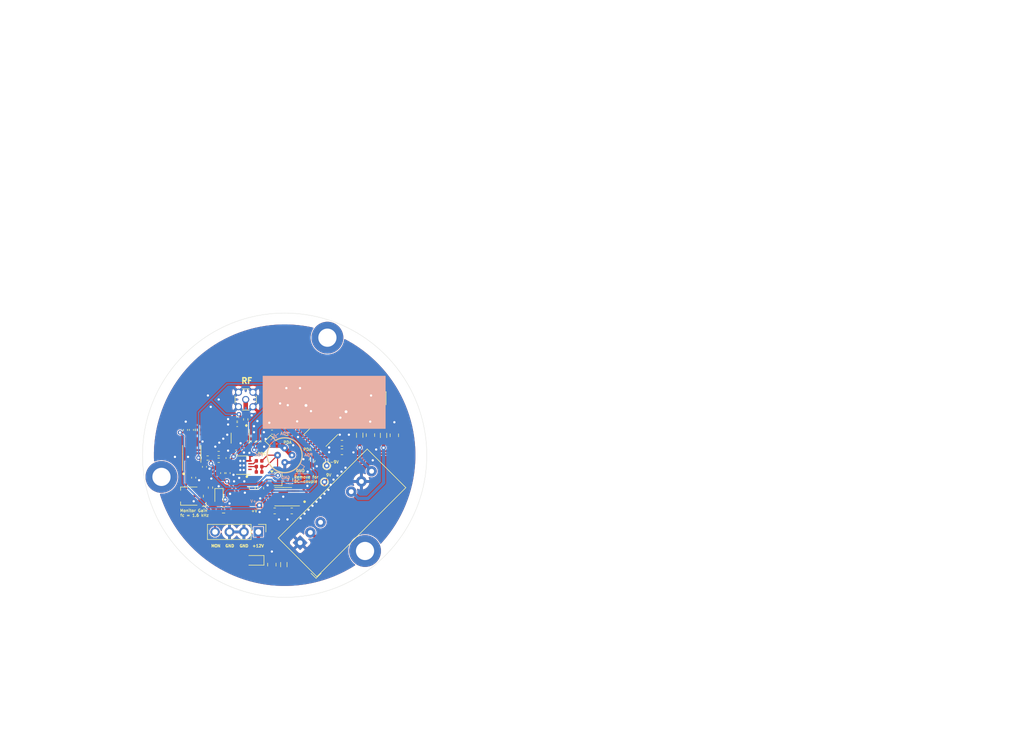
<source format=kicad_pcb>
(kicad_pcb (version 20241229) (generator "pcbnew") (generator_version "9.0")
  (title_block (title "One Inch Photodetector - OPA818") (date "2020-02") (company "anders.e.e.wallin \"at\" gmail.com"))
  (layers (0 "F.Cu" signal) (2 "B.Cu" signal) (13 "F.Paste" user) (15 "B.Paste" user) (5 "F.SilkS" user "F.Silkscreen") (7 "B.SilkS" user "B.Silkscreen") (1 "F.Mask" user) (3 "B.Mask" user) (25 "Edge.Cuts" user))
  (net 0 "")
  (net 1 "/+V")
  (net 2 "GND")
  (net 3 "Net-(C6-Pad1)")
  (net 4 "Net-(U1A--)")
  (net 5 "Net-(U1A-+)")
  (net 6 "Net-(C6-Pad2)")
  (net 7 "/-V")
  (net 8 "Net-(D5-K)")
  (net 9 "Net-(L101-Pad1)")
  (net 10 "/VOUT")
  (net 11 "/SET+")
  (net 12 "/SET-")
  (net 13 "/IN-")
  (net 14 "/VTIA")
  (net 15 "/FB")
  (net 16 "Net-(J101-In)")
  (net 17 "Net-(U103--)")
  (net 18 "/-5VBIAS")
  (net 19 "Net-(D6-A)")
  (net 26 "Net-(U1B--)")
  (net 27 "Net-(Q1-B)")
  (net 28 "Net-(D3-K)")
  (net 29 "/-9V")
  (net 30 "/+9V")
  (net 31 "Net-(D3-A)")
  (net 32 "Net-(D4-A)")
  (net 33 "Net-(Q1-C)")
  (net 34 "Net-(PS1-+Vin)")
  (net 35 "Net-(PS1-+Vout)")
  (net 36 "Net-(PS1--Vout)")
  (net 38 "INTENSITY")
  (footprint "Package_TO_SOT_THT:TO-18-3" (layer "F.Cu") (at 148.75 100)
    (property "Reference" "D102" (hide yes))
    (property "Value" "S597x")
  )
  (footprint "Package_SO:MSOP-10-1EP_3x3mm_P0.5mm_EP1.68x1.88mm" (layer "F.Cu") (at 149.75 107.3 180)
    (property "Reference" "U101" (hide yes))
    (property "Value" "LT3042xMSE")
  )
  (footprint "Package_SO:MSOP-12-1EP_3x4mm_P0.65mm_EP1.65x2.85mm" (layer "F.Cu") (at 156.829809 95.9 45)
    (property "Reference" "U102" (hide yes))
    (property "Value" "LT3093xMSE")
  )
  (footprint "Capacitor_SMD:C_0603_1608Metric" (layer "F.Cu") (at 151.25 109.8 180)
    (property "Reference" "C101" (hide yes))
    (property "Value" "4u7")
  )
  (footprint "Capacitor_SMD:C_0603_1608Metric" (layer "F.Cu") (at 150.25 94.05)
    (property "Reference" "C102" (hide yes))
    (property "Value" "4u7")
  )
  (footprint "Capacitor_SMD:C_0603_1608Metric" (layer "F.Cu") (at 144.3 105.8 90)
    (property "Reference" "C103" (hide yes))
    (property "Value" "4u7")
  )
  (footprint "Capacitor_SMD:C_0603_1608Metric" (layer "F.Cu") (at 148.25 109.8)
    (property "Reference" "C107" (hide yes))
    (property "Value" "4u7")
  )
  (footprint "Capacitor_SMD:C_0603_1608Metric" (layer "F.Cu") (at 154.829809 100.9 70)
    (property "Reference" "C112" (hide yes))
    (property "Value" "4u7")
  )
  (footprint "Capacitor_SMD:C_0603_1608Metric" (layer "F.Cu") (at 160.079809 99.4)
    (property "Reference" "C113" (hide yes))
    (property "Value" "4u7")
  )
  (footprint "Capacitor_SMD:C_0603_1608Metric" (layer "F.Cu") (at 156.029809 92.5 45)
    (property "Reference" "C114" (hide yes))
    (property "Value" "4u7")
  )
  (footprint "Connector_Coaxial:MMCX_Molex_73415-1471_Vertical" (layer "F.Cu") (at 143.15 90.2 -90)
    (property "Reference" "J101" (hide yes))
    (property "Value" "Conn_Coaxial")
  )
  (footprint "Inductor_SMD:L_0805_2012Metric" (layer "F.Cu") (at 150.4 95.8 180)
    (property "Reference" "L101" (hide yes))
    (property "Value" "47uH")
  )
  (footprint "Resistor_SMD:R_0603_1608Metric" (layer "F.Cu") (at 145.8 105.8 90)
    (property "Reference" "R101" (hide yes))
    (property "Value" "51k")
  )
  (footprint "Resistor_SMD:R_0603_1608Metric" (layer "F.Cu") (at 153.872962 94.656847 -135)
    (property "Reference" "R102" (hide yes))
    (property "Value" "300R")
  )
  (footprint "Resistor_SMD:R_0402_1005Metric" (layer "F.Cu") (at 145.5 102)
    (property "Reference" "RF101" (hide yes))
    (property "Value" "5.1k")
  )
  (footprint "Resistor_SMD:R_0402_1005Metric" (layer "F.Cu") (at 143.15 93.7 -90)
    (property "Reference" "R106" (hide yes))
    (property "Value" "49.9R")
  )
  (footprint "Resistor_SMD:R_0603_1608Metric" (layer "F.Cu") (at 160.079809 97.9)
    (property "Reference" "R107" (hide yes))
    (property "Value" "51k")
  )
  (footprint "Capacitor_SMD:C_0402_1005Metric" (layer "F.Cu") (at 145.5 102.95)
    (property "Reference" "C115" (hide yes))
    (property "Value" "0.2p")
  )
  (footprint "Resistor_SMD:R_0402_1005Metric" (layer "F.Cu") (at 145.5 101)
    (property "Reference" "R1" (hide yes))
    (property "Value" "10R")
  )
  (footprint "awallinKiCadFootprints:WSON-8-1EP_3x3mm_P0.5mm_EP1.45x2.4mm" (layer "F.Cu") (at 142.5 101.75 180)
    (property "Reference" "U103" (hide yes))
    (property "Value" "OPA818IDRGx")
  )
  (footprint "Package_TO_SOT_SMD:SOT-23-5" (layer "F.Cu") (at 142.2 97 -90)
    (property "Reference" "U104" (hide yes))
    (property "Value" "BUF602xDBV")
  )
  (footprint "Capacitor_SMD:C_0402_1005Metric" (layer "F.Cu") (at 141.45 99.45)
    (property "Reference" "C16" (hide yes))
    (property "Value" "100n")
  )
  (footprint "Capacitor_SMD:C_0402_1005Metric" (layer "F.Cu") (at 139.1 103.15 -90)
    (property "Reference" "C4" (hide yes))
    (property "Value" "100n")
  )
  (footprint "Resistor_SMD:R_0402_1005Metric" (layer "F.Cu") (at 136.95 105.7 90)
    (property "Reference" "R17" (hide yes))
    (property "Value" "10k")
  )
  (footprint "Connector_PinHeader_2.54mm:PinHeader_1x04_P2.54mm_Vertical" (layer "F.Cu") (at 145.37 113.5 -90)
    (property "Reference" "J4" (hide yes))
    (property "Value" "~")
  )
  (footprint "Resistor_SMD:R_0402_1005Metric" (layer "F.Cu") (at 163.2 92.855 -90)
    (property "Reference" "R10" (hide yes))
    (property "Value" "2.2k")
  )
  (footprint "Capacitor_SMD:C_0402_1005Metric" (layer "F.Cu") (at 135.9 102.05 -90)
    (property "Reference" "C3" (hide yes))
    (property "Value" "100n")
  )
  (footprint "Resistor_SMD:R_0603_1608Metric" (layer "F.Cu") (at 151.4 92.35)
    (property "Reference" "R103" (hide yes))
    (property "Value" "300R")
  )
  (footprint "Converter_DCDC:Converter_DCDC_XP_POWER-ITQxxxxS-H_THT" (layer "F.Cu") (at 152.723871 115.39623 135)
    (property "Reference" "PS1" (hide yes))
    (property "Value" "WRA1209CS-3W")
  )
  (footprint "Resistor_SMD:R_0402_1005Metric" (layer "F.Cu") (at 151.05 104.2 -90)
    (property "Reference" "R15" (hide yes))
    (property "Value" "100")
  )
  (footprint "Resistor_SMD:R_0402_1005Metric" (layer "F.Cu") (at 167.1 92.9 -90)
    (property "Reference" "R8" (hide yes))
    (property "Value" "2.2k")
  )
  (footprint "Diode_SMD:D_SOD-323F" (layer "F.Cu") (at 144.75 118.5 180)
    (property "Reference" "D3" (hide yes))
    (property "Value" "D")
  )
  (footprint "Capacitor_SMD:C_0805_2012Metric" (layer "F.Cu") (at 165.095 96.4675 90)
    (property "Reference" "C8" (hide yes))
    (property "Value" "22u")
  )
  (footprint "Resistor_SMD:R_0402_1005Metric" (layer "F.Cu") (at 134.65 95.55 90)
    (property "Reference" "R19" (hide yes))
    (property "Value" "100")
  )
  (footprint "Resistor_SMD:R_0603_1608Metric" (layer "F.Cu") (at 139.25 109.65 180)
    (property "Reference" "R18" (hide yes))
    (property "Value" "1.5k")
  )
  (footprint "Inductor_SMD:L_0805_2012Metric" (layer "F.Cu") (at 149.86 119.25 90)
    (property "Reference" "L1" (hide yes))
    (property "Value" "10u")
  )
  (footprint "Capacitor_SMD:C_0402_1005Metric" (layer "F.Cu") (at 134 103.95 -90)
    (property "Reference" "C17" (hide yes))
    (property "Value" "1n C0G")
  )
  (footprint "Capacitor_SMD:C_0402_1005Metric" (layer "F.Cu") (at 140.05 100.5 90)
    (property "Reference" "C13" (hide yes))
    (property "Value" "1n C0G")
  )
  (footprint "MountingHole:MountingHole_3.2mm_M3_DIN965_Pad_TopBottom" (layer "F.Cu") (at 164.14 116.85)
    (property "Reference" "H3" (hide yes))
    (property "Value" "MountingHole")
  )
  (footprint "Capacitor_SMD:C_0805_2012Metric" (layer "F.Cu") (at 147.75 119.25 90)
    (property "Reference" "C2" (hide yes))
    (property "Value" "22u")
  )
  (footprint "Inductor_SMD:L_0805_2012Metric" (layer "F.Cu") (at 167.395 96.52 90)
    (property "Reference" "L2" (hide yes))
    (property "Value" "10u")
  )
  (footprint "MountingHole:MountingHole_3.2mm_M3_DIN965_Pad_TopBottom" (layer "F.Cu") (at 157.52 79.33)
    (property "Reference" "H1" (hide yes))
    (property "Value" "MountingHole")
  )
  (footprint "LED_SMD:LED_0603_1608Metric" (layer "F.Cu") (at 163.2 90.28 90)
    (property "Reference" "D5" (hide yes))
    (property "Value" "LED")
  )
  (footprint "Resistor_SMD:R_0402_1005Metric" (layer "F.Cu") (at 138.4 99.7)
    (property "Reference" "R20" (hide yes))
    (property "Value" "10k")
  )
  (footprint "Capacitor_SMD:C_0402_1005Metric" (layer "F.Cu") (at 140.05 103.15 90)
    (property "Reference" "C12" (hide yes))
    (property "Value" "1n C0G")
  )
  (footprint "Capacitor_SMD:C_0402_1005Metric" (layer "F.Cu") (at 132.55 95.5548 -90)
    (property "Reference" "C1" (hide yes))
    (property "Value" "100n")
  )
  (footprint "Capacitor_SMD:C_0805_2012Metric" (layer "F.Cu") (at 169.3 96.5 90)
    (property "Reference" "C9" (hide yes))
    (property "Value" "22u")
  )
  (footprint "Capacitor_SMD:C_0402_1005Metric" (layer "F.Cu") (at 144.5 97.6 -90)
    (property "Reference" "C15" (hide yes))
    (property "Value" "1n C0G")
  )
  (footprint "Package_SO:MSOP-8_3x3mm_P0.65mm" (layer "F.Cu") (at 133.6548 99.7712 90)
    (property "Reference" "U1" (hide yes))
    (property "Value" "AD8656")
  )
  (footprint "Resistor_SMD:R_0402_1005Metric" (layer "F.Cu") (at 136.45 100.5)
    (property "Reference" "R11" (hide yes))
    (property "Value" "100")
  )
  (footprint "Package_TO_SOT_SMD:SOT-323_SC-70" (layer "F.Cu") (at 148.8 104.2)
    (property "Reference" "Q1" (hide yes))
    (property "Value" "BC857")
  )
  (footprint "Resistor_SMD:R_0402_1005Metric" (layer "F.Cu") (at 138.4 100.9 180)
    (property "Reference" "R16" (hide yes))
    (property "Value" "100k")
  )
  (footprint "Capacitor_SMD:C_0402_1005Metric" (layer "F.Cu") (at 145.45 97.6 -90)
    (property "Reference" "C5" (hide yes))
    (property "Value" "100n")
  )
  (footprint "TestPoint:TestPoint_THTPad_D1.0mm_Drill0.5mm" (layer "F.Cu") (at 160.8 92.35)
    (property "Reference" "GND1" (hide yes))
    (property "Value" "TPGND")
  )
  (footprint "MountingHole:MountingHole_3.2mm_M3_DIN965_Pad_TopBottom" (layer "F.Cu") (at 128.33 103.82)
    (property "Reference" "H2" (hide yes))
    (property "Value" "MountingHole")
  )
  (footprint "LED_SMD:LED_0603_1608Metric" (layer "F.Cu") (at 167.1 90.335 -90)
    (property "Reference" "D4" (hide yes))
    (property "Value" "LED")
  )
  (footprint "TestPoint:TestPoint_THTPad_D1.0mm_Drill0.5mm" (layer "F.Cu") (at 157.4 101.85)
    (property "Reference" "-9V1" (hide yes))
    (property "Value" "TPM9")
  )
  (footprint "Capacitor_SMD:C_0402_1005Metric" (layer "F.Cu") (at 133.6 95.55 90)
    (property "Reference" "C6" (hide yes))
    (property "Value" "10n")
  )
  (footprint "Capacitor_SMD:C_0402_1005Metric" (layer "F.Cu") (at 141.65 93.65 180)
    (property "Reference" "C7" (hide yes))
    (property "Value" "100n")
  )
  (footprint "LED_SMD:LED_0603_1608Metric" (layer "F.Cu") (at 138.45 107.35 -90)
    (property "Reference" "D6" (hide yes))
    (property "Value" "LED")
  )
  (footprint "Capacitor_SMD:C_0402_1005Metric" (layer "F.Cu") (at 141.65 94.6 180)
    (property "Reference" "C14" (hide yes))
    (property "Value" "1n C0G")
  )
  (footprint "Inductor_SMD:L_0805_2012Metric" (layer "F.Cu") (at 163.2 96.4875 90)
    (property "Reference" "L3" (hide yes))
    (property "Value" "10u")
  )
  (footprint "Capacitor_SMD:C_0402_1005Metric" (layer "F.Cu") (at 147.775 95.95 180)
    (property "Reference" "C10" (hide yes))
    (property "Value" "1n C0G")
  )
  (footprint "TestPoint:TestPoint_THTPad_D1.0mm_Drill0.5mm" (layer "F.Cu") (at 157 104.7)
    (property "Reference" "9V1" (hide yes))
    (property "Value" "TP9")
  )
  (footprint "Potentiometer_SMD:Potentiometer_Bourns_TC33X_Vertical" (layer "F.Cu") (at 133.6 107.2 180)
    (property "Reference" "RV1" (hide yes))
    (property "Value" "100k")
  )
  (footprint "TestPoint:TestPoint_THTPad_D1.0mm_Drill0.5mm" (layer "B.Cu") (at 153.75 91.25)
    (property "Reference" "TP101" (hide yes))
    (property "Value" "TestPoint")
  )
  (footprint "TestPoint:TestPoint_THTPad_D1.0mm_Drill0.5mm" (layer "B.Cu") (at 145.55 108.8)
    (property "Reference" "TP102" (hide yes))
    (property "Value" "TestPoint")
  )
  (footprint "Capacitor_SMD:C_0402_1005Metric" (layer "B.Cu") (at 148.625 98.375 180)
    (property "Reference" "C11" (hide yes))
    (property "Value" "1n C0G")
  )
  (footprint "LED_SMD:LED_0603_1608Metric" (layer "B.Cu") (at 153.35 104)
    (property "Reference" "D7" (hide yes))
    (property "Value" "LED")
  )
  (gr_line (start 150.53 98.85) (end 151.21 99.5) (stroke (width 0.2)) (layer "F.Cu") (net 18))
  (gr_line (start 139.645 101.575) (end 140.535 101.945) (stroke (width 0.2)) (layer "F.Cu") (net 14))
  (gr_line (start 150.05 99.2) (end 150.97 100.24) (stroke (width 0.2)) (layer "F.Cu") (net 18))
  (gr_line (start 150.97 100.24) (end 150.54 99.4) (stroke (width 0.2)) (layer "F.Cu") (net 18))
  (gr_line (start 140.27 102.05) (end 139.54 102.14) (stroke (width 0.2)) (layer "F.Cu") (net 14))
  (gr_line (start 150.44 98.955) (end 151.12 99.605) (stroke (width 0.2)) (layer "F.Cu") (net 18))
  (gr_line (start 150.77 99.5) (end 150.97 99.34) (stroke (width 0.2)) (layer "F.Cu") (net 18))
  (gr_line (start 151.18 99.48431) (end 150.77 99.5) (stroke (width 0.2)) (layer "F.Cu") (net 18))
  (gr_line (start 150.54 99.4) (end 150.53 98.85) (stroke (width 0.2)) (layer "F.Cu") (net 18))
  (gr_line (start 152.063386 102.361184) (end 152.75 103) (stroke (width 0.12)) (layer "B.SilkS"))
  (gr_line (start 152.75 103) (end 153.5 102) (stroke (width 0.12)) (layer "B.SilkS"))
  (gr_line (start 153.5 102) (end 152.75 101.5) (stroke (width 0.12)) (layer "B.SilkS"))
  (gr_line (start 148.925 96.175) (end 148.375 96.6) (stroke (width 0.12)) (layer "B.SilkS"))
  (gr_line (start 148.625 96.9) (end 148.125 96.85) (stroke (width 0.12)) (layer "B.SilkS"))
  (gr_line (start 147.825 96.65) (end 148.25 97.125) (stroke (width 0.12)) (layer "B.SilkS"))
  (gr_line (start 148.125 96.275) (end 148.125 96.85) (stroke (width 0.12)) (layer "B.SilkS"))
  (gr_circle (center 150 100) (end 152.75 101.5) (stroke (width 0.12)) (fill no) (layer "B.SilkS"))
  (gr_line (start 148.375 96.6) (end 148.625 96.9) (stroke (width 0.12)) (layer "B.SilkS"))
  (gr_line (start 148.375 96.6) (end 148.125 96.275) (stroke (width 0.12)) (layer "B.SilkS"))
  (gr_line (start 148.0375 96.8875) (end 147.55 97.325) (stroke (width 0.12)) (layer "B.SilkS"))
  (gr_rect (start 146.2 86.1) (end 167.7 95.3) (stroke (width 0.12)) (fill yes) (layer "B.SilkS"))
  (gr_circle (center 150 100) (end 175 100) (stroke (width 0.05)) (fill no) (layer "Edge.Cuts"))
  (gr_text "-V" (at 153.7 90.2 0) (layer "F.SilkS") (effects (font (size 0.5 0.5) (thickness 0.1))))
  (gr_text "+12V" (at 144.25 116.25 0) (layer "F.SilkS") (effects (font (size 0.5 0.5) (thickness 0.125)) (justify left bottom)))
  (gr_text "." (at 152.95 108.45 0) (layer "F.SilkS") (effects (font (size 1.5 1.5) (thickness 0.3) (bold yes)) (justify left bottom)))
  (gr_text "+V" (at 162.6 88.35 0) (layer "F.SilkS") (effects (font (size 0.5 0.5) (thickness 0.125)) (justify left bottom)))
  (gr_text "GND" (at 139.5 116.25 0) (layer "F.SilkS") (effects (font (size 0.5 0.5) (thickness 0.125)) (justify left bottom)))
  (gr_text "Remove for" (at 151.593032 103.847057 0) (layer "F.SilkS") (effects (font (size 0.5 0.5) (thickness 0.1)) (justify left)))
  (gr_text "PDA" (at 150.5 97.75 0) (layer "F.SilkS") (effects (font (size 0.5 0.5) (thickness 0.1))))
  (gr_text "PDC" (at 146 99.75 0) (layer "F.SilkS") (effects (font (size 0.5 0.5) (thickness 0.1))))
  (gr_text "PDA" (at 154 99 0) (layer "F.SilkS") (effects (font (size 0.5 0.5) (thickness 0.1))))
  (gr_text "DC-couple" (at 151.593032 104.597057 0) (layer "F.SilkS") (effects (font (size 0.5 0.5) (thickness 0.1)) (justify left)))
  (gr_text "GND" (at 152.75 102.75 0) (layer "F.SilkS") (effects (font (size 0.5 0.5) (thickness 0.1))))
  (gr_text "Bias -9V:" (at 148 92.361375 0) (layer "F.SilkS") (effects (font (size 0.5 0.5) (thickness 0.1))))
  (gr_text "." (at 142.8 104.05 0) (layer "F.SilkS") (effects (font (size 1.5 1.5) (thickness 0.3) (bold yes)) (justify left bottom)))
  (gr_text "MON" (at 137 116.25 0) (layer "F.SilkS") (effects (font (size 0.5 0.5) (thickness 0.125)) (justify left bottom)))
  (gr_text "." (at 142.7 95.05 0) (layer "F.SilkS") (effects (font (size 1.5 1.5) (thickness 0.3) (bold yes)) (justify left bottom)))
  (gr_text "fc = 1.6 kHz" (at 134.15 110.575 0) (layer "F.SilkS") (effects (font (size 0.5 0.5) (thickness 0.1))))
  (gr_text "-9V" (at 158.75 101.2 0) (layer "F.SilkS") (effects (font (size 0.5 0.5) (thickness 0.1))))
  (gr_text "RF" (at 142.25 87.5 0) (layer "F.SilkS") (effects (font (size 1 1) (thickness 0.25) (bold yes)) (justify left bottom)))
  (gr_text "-V" (at 166.5 88.4 0) (layer "F.SilkS") (effects (font (size 0.5 0.5) (thickness 0.125)) (justify left bottom)))
  (gr_text "." (at 131.65 103.55 0) (layer "F.SilkS") (effects (font (size 1.5 1.5) (thickness 0.3) (bold yes)) (justify left bottom)))
  (gr_text "GND" (at 142 116.25 0) (layer "F.SilkS") (effects (font (size 0.5 0.5) (thickness 0.125)) (justify left bottom)))
  (gr_text "-5V:" (at 152.77896 93.57896 0) (layer "F.SilkS") (effects (font (size 0.5 0.5) (thickness 0.1))))
  (gr_text "9V" (at 157.75 103.5 0) (layer "F.SilkS") (effects (font (size 0.5 0.5) (thickness 0.1))))
  (gr_text "GND" (at 161.05 90.95 0) (layer "F.SilkS") (effects (font (size 0.5 0.5) (thickness 0.1))))
  (gr_text "Monitor Gain" (at 134 109.75 0) (layer "F.SilkS") (effects (font (size 0.5 0.5) (thickness 0.1))))
  (gr_text "+V" (at 144.65 109.8 0) (layer "F.SilkS") (effects (font (size 0.5 0.5) (thickness 0.1))))
  (gr_text "-V" (at 152.25 91.25 0) (layer "B.SilkS") (effects (font (size 0.5 0.5) (thickness 0.1)) (justify mirror)))
  (gr_text "+V" (at 144.5 108.1 0) (layer "B.SilkS") (effects (font (size 0.5 0.5) (thickness 0.1)) (justify mirror)))
  (gr_text "PDA" (at 150.75 96.5 0) (layer "B.SilkS") (effects (font (size 0.5 0.5) (thickness 0.125)) (justify left bottom mirror)))
  (gr_text "PDC" (at 146.25 100.25 0) (layer "B.SilkS") (effects (font (size 0.5 0.5) (thickness 0.125)) (justify left bottom mirror)))
  (gr_text "GND" (at 151 104.25 0) (layer "B.SilkS") (effects (font (size 0.5 0.5) (thickness 0.125)) (justify left bottom mirror)))
  (gr_text "PDA" (at 155 100.25 0) (layer "B.SilkS") (effects (font (size 0.5 0.5) (thickness 0.125)) (justify left bottom mirror)))
  (via (at 157.52 79.33) (size 0.8) (drill 0.4) (layers "F.Cu" "B.Cu") (net 0))
  (via (at 158.6 79.4) (size 0.8) (drill 0.4) (layers "F.Cu" "B.Cu") (net 0))
  (segment (start 147.4625 109.8) (end 146.55 109.8) (width 0.3) (layer "F.Cu") (net 1))
  (segment (start 143.17 98.08) (end 143.15 98.1) (width 0.3) (layer "F.Cu") (net 1))
  (segment (start 144.05 108.8) (end 139.95 104.7) (width 0.3) (layer "F.Cu") (net 1))
  (segment (start 145.45 98.08) (end 145.45 98.25) (width 0.3) (layer "F.Cu") (net 1))
  (segment (start 132.5152 96) (end 132.55 96.0348) (width 0.3) (layer "F.Cu") (net 1))
  (segment (start 145.55 108.8) (end 144.05 108.8) (width 0.3) (layer "F.Cu") (net 1))
  (segment (start 131.6 96) (end 132.5152 96) (width 0.3) (layer "F.Cu") (net 1))
  (segment (start 145.45 98.08) (end 144.5 98.08) (width 0.3) (layer "F.Cu") (net 1))
  (segment (start 132.6798 97.6587) (end 132.6798 96.1646) (width 0.3) (layer "F.Cu") (net 1))
  (segment (start 140.05 102.67) (end 140.22 102.5) (width 0.3) (layer "F.Cu") (net 1))
  (segment (start 147.6 107.8) (end 147.6 108.3) (width 0.3) (layer "F.Cu") (net 1))
  (segment (start 138.91 102.67) (end 138.35 103.23) (width 0.3) (layer "F.Cu") (net 1))
  (segment (start 140.22 102.5) (end 141.1 102.5) (width 0.3) (layer "F.Cu") (net 1))
  (segment (start 138.7 104.4) (end 139.95 104.4) (width 0.3) (layer "F.Cu") (net 1))
  (segment (start 147.6 108.3) (end 147.6 109.6625) (width 0.3) (layer "F.Cu") (net 1))
  (segment (start 139.1 102.67) (end 138.91 102.67) (width 0.3) (layer "F.Cu") (net 1))
  (segment (start 144.5 98.08) (end 143.17 98.08) (width 0.3) (layer "F.Cu") (net 1))
  (segment (start 140.05 102.67) (end 139.1 102.67) (width 0.3) (layer "F.Cu") (net 1))
  (segment (start 139.95 104.5) (end 139.85 104.6) (width 0.3) (layer "F.Cu") (net 1))
  (segment (start 145.45 98.25) (end 144.65 99.05) (width 0.3) (layer "F.Cu") (net 1))
  (segment (start 145.55 108.8) (end 145.55 108.753252) (width 0.3) (layer "F.Cu") (net 1))
  (segment (start 147.6 109.6625) (end 147.4625 109.8) (width 0.3) (layer "F.Cu") (net 1))
  (segment (start 139.95 104.4) (end 139.95 104.5) (width 0.3) (layer "F.Cu") (net 1))
  (segment (start 138.35 104.05) (end 138.7 104.4) (width 0.3) (layer "F.Cu") (net 1))
  (segment (start 139.95 104.7) (end 139.95 104.4) (width 0.3) (layer "F.Cu") (net 1))
  (segment (start 146.55 109.8) (end 145.55 108.8) (width 0.3) (layer "F.Cu") (net 1))
  (segment (start 132.6798 96.1646) (end 132.55 96.0348) (width 0.3) (layer "F.Cu") (net 1))
  (segment (start 138.35 103.23) (end 138.35 104.05) (width 0.3) (layer "F.Cu") (net 1))
  (via (at 144.65 99.05) (size 0.8) (drill 0.4) (layers "F.Cu" "B.Cu") (net 1))
  (via (at 139.85 104.6) (size 0.8) (drill 0.4) (layers "F.Cu" "B.Cu") (net 1))
  (via (at 131.6 96) (size 0.8) (drill 0.4) (layers "F.Cu" "B.Cu") (net 1))
  (segment (start 155.55 103.15) (end 155.55 105.15) (width 0.3) (layer "B.Cu") (net 1))
  (segment (start 154.4 106.3) (end 148.05 106.3) (width 0.3) (layer "B.Cu") (net 1))
  (segment (start 144.65 99.05) (end 144.65 98.2) (width 0.3) (layer "B.Cu") (net 1))
  (segment (start 149.4 95) (end 154.8 100.4) (width 0.3) (layer "B.Cu") (net 1))
  (segment (start 154.8 100.4) (end 154.8 102.4) (width 0.3) (layer "B.Cu") (net 1))
  (segment (start 144.65 98.2) (end 145.55 97.3) (width 0.3) (layer "B.Cu") (net 1))
  (segment (start 132.2 104.95) (end 136.5 109.25) (width 0.3) (layer "B.Cu") (net 1))
  (segment (start 145.55 95.5) (end 146.05 95) (width 0.3) (layer "B.Cu") (net 1))
  (segment (start 145.55 97.3) (end 145.55 95.5) (width 0.3) (layer "B.Cu") (net 1))
  (segment (start 145.1 109.25) (end 145.55 108.8) (width 0.3) (layer "B.Cu") (net 1))
  (segment (start 132.2 96.6) (end 132.2 104.95) (width 0.3) (layer "B.Cu") (net 1))
  (segment (start 131.6 96) (end 132.2 96.6) (width 0.3) (layer "B.Cu") (net 1))
  (segment (start 154.8 102.4) (end 155.55 103.15) (width 0.3) (layer "B.Cu") (net 1))
  (segment (start 146.05 95) (end 149.4 95) (width 0.3) (layer "B.Cu") (net 1))
  (segment (start 155.55 105.15) (end 154.4 106.3) (width 0.3) (layer "B.Cu") (net 1))
  (segment (start 148.05 106.3) (end 145.55 108.8) (width 0.3) (layer "B.Cu") (net 1))
  (segment (start 136.5 109.25) (end 145.1 109.25) (width 0.3) (layer "B.Cu") (net 1))
  (segment (start 157.749137 98.569328) (end 157.829809 98.65) (width 0.35) (layer "F.Cu") (net 2))
  (segment (start 144.25 100.15) (end 144.5 99.9) (width 0.3) (layer "F.Cu") (net 2))
  (segment (start 139.1 103.63) (end 140.05 103.63) (width 0.3) (layer "F.Cu") (net 2))
  (segment (start 145.8 105.0125) (end 146.7125 105.0125) (width 0.3) (layer "F.Cu") (net 2))
  (segment (start 159.292309 99.4) (end 159.292309 97.9) (width 0.35) (layer "F.Cu") (net 2))
  (segment (start 147.6 107.3) (end 149.75 107.3) (width 0.3) (layer "F.Cu") (net 2))
  (segment (start 143.9 101) (end 143.25 101) (width 0.3) (layer "F.Cu") (net 2))
  (segment (start 147.45 104.85) (end 147 105.3) (width 0.3) (layer "F.Cu") (net 2))
  (segment (start 140.05 99.2) (end 140.05 100.02) (width 0.3) (layer "F.Cu") (net 2))
  (segment (start 140.05 103.63) (end 141.17 103.63) (width 0.3) (layer "F.Cu") (net 2))
  (segment (start 142.759463 99.45) (end 142.844636 99.535173) (width 0.3) (layer "F.Cu") (net 2))
  (segment (start 144.3 105.0125) (end 145.8 105.0125) (width 0.3) (layer "F.Cu") (net 2))
  (segment (start 149.75 107) (end 150.45 106.3) (width 0.3) (layer "F.Cu") (net 2))
  (segment (start 143.9 101) (end 143.9 100.2) (width 0.3) (layer "F.Cu") (net 2))
  (segment (start 143.25 101) (end 142.5 101.75) (width 0.3) (layer "F.Cu") (net 2))
  (segment (start 141.93 99.45) (end 142.759463 99.45) (width 0.3) (layer "F.Cu") (net 2))
  (segment (start 141.17 93.65) (end 141.17 94.6) (width 0.3) (layer "F.Cu") (net 2))
  (segment (start 156.458578 98.569328) (end 157.749137 98.569328) (width 0.35) (layer "F.Cu") (net 2))
  (segment (start 149.75 107.3) (end 149.75 107) (width 0.3) (layer "F.Cu") (net 2))
  (segment (start 147.8 104.85) (end 147.45 104.85) (width 0.3) (layer "F.Cu") (net 2))
  (segment (start 143.9 100.2) (end 143.85 100.15) (width 0.3) (layer "F.Cu") (net 2))
  (segment (start 146.7125 105.0125) (end 147 105.3) (width 0.3) (layer "F.Cu") (net 2))
  (segment (start 150.02 101.27) (end 150.02 101.532599) (width 0.3) (layer "F.Cu") (net 2))
  (segment (start 141.17 103.63) (end 142.2 102.6) (width 0.3) (layer "F.Cu") (net 2))
  (segment (start 141.93 100.73) (end 142.2 101) (width 0.3) (layer "F.Cu") (net 2))
  (segment (start 143.85 100.15) (end 144.25 100.15) (width 0.3) (layer "F.Cu") (net 2))
  (segment (start 141.93 99.45) (end 141.93 100.73) (width 0.3) (layer "F.Cu") (net 2))
  (segment (start 150.45 106.3) (end 151.84999 106.3) (width 0.3) (layer "F.Cu") (net 2))
  (segment (start 142.28 100.92) (end 142.2 101) (width 0.3) (layer "F.Cu") (net 2))
  (via (at 133 100.3) (size 0.8) (drill 0.4) (layers "F.Cu" "B.Cu") (net 2))
  (via (at 132.6 94.1) (size 0.8) (drill 0.4) (layers "F.Cu" "B.Cu") (net 2))
  (via (at 142.2 101) (size 0.8) (drill 0.4) (layers "F.Cu" "B.Cu") (net 2))
  (via (at 142.8 101) (size 0.8) (drill 0.4) (layers "F.Cu" "B.Cu") (net 2))
  (via (at 142.8 101.8) (size 0.8) (drill 0.4) (layers "F.Cu" "B.Cu") (net 2))
  (via (at 142.2 101.8) (size 0.8) (drill 0.4) (layers "F.Cu" "B.Cu") (net 2))
  (via (at 142.2 102.6) (size 0.8) (drill 0.4) (layers "F.Cu" "B.Cu") (net 2))
  (via (at 142.8 102.6) (size 0.8) (drill 0.4) (layers "F.Cu" "B.Cu") (net 2))
  (via (at 149.75 107.3) (size 0.8) (drill 0.4) (layers "F.Cu" "B.Cu") (net 2))
  (via (at 142.9 104.6) (size 0.8) (drill 0.4) (layers "F.Cu" "B.Cu") (net 2))
  (via (at 152.8 111.1) (size 0.8) (drill 0.4) (layers "F.Cu" "B.Cu") (net 2))
  (via (at 153.3 100.7) (size 0.8) (drill 0.4) (layers "F.Cu" "B.Cu") (net 2))
  (via (at 159.3 103.6) (size 0.8) (drill 0.4) (layers "F.Cu" "B.Cu") (net 2))
  (via (at 166.1 99) (size 0.8) (drill 0.4) (layers "F.Cu" "B.Cu") (net 2))
  (via (at 140.05 99.2) (size 0.8) (drill 0.4) (layers "F.Cu" "B.Cu") (net 2))
  (via (at 143 106.6) (size 0.8) (drill 0.4) (layers "F.Cu" "B.Cu") (net 2))
  (via (at 139.2 97.1) (size 0.8) (drill 0.4) (layers "F.Cu" "B.Cu") (net 2))
  (via (at 149.2 90.9) (size 0.8) (drill 0.4) (layers "F.Cu" "B.Cu") (net 2))
  (via (at 154.629809 92.25) (size 0.8) (drill 0.4) (layers "F.Cu" "B.Cu") (net 2))
  (via (at 159.7 96.4) (size 0.8) (drill 0.4) (layers "F.Cu" "B.Cu") (net 2))
  (via (at 144.6 94.9) (size 0.8) (drill 0.4) (layers "F.Cu" "B.Cu") (net 2))
  (via (at 137.1 104.11) (size 0.8) (drill 0.4) (layers "F.Cu" "B.Cu") (net 2))
  (via (at 160.7 102.2) (size 0.8) (drill 0.4) (layers "F.Cu" "B.Cu") (net 2))
  (via (at 140.05 94.6) (size 0.8) (drill 0.4) (layers "F.Cu" "B.Cu") (net 2))
  (via (at 157.829809 98.65) (size 0.8) (drill 0.4) (layers "F.Cu" "B.Cu") (net 2))
  (via (at 130.7 100.3) (size 0.8) (drill 0.4) (layers "F.Cu" "B.Cu") (net 2))
  (via (at 158.1 105.2) (size 0.8) (drill 0.4) (layers "F.Cu" "B.Cu") (net 2))
  (via (at 135.55 97.6) (size 0.8) (drill 0.4) (layers "F.Cu" "B.Cu") (net 2))
  (via (at 145.6 110) (size 0.8) (drill 0.4) (layers "F.Cu" "B.Cu") (net 2))
  (via (at 138.4 90.2) (size 0.8) (drill 0.4) (layers "F.Cu" "B.Cu") (net 2))
  (via (at 154 105.4) (size 0.8) (drill 0.4) (layers "F.Cu" "B.Cu") (net 2))
  (via (at 157.7 106.1) (size 0.8) (drill 0.4) (layers "F.Cu" "B.Cu") (net 2))
  (via (at 142 104) (size 0.8) (drill 0.4) (layers "F.Cu" "B.Cu") (net 2))
  (via (at 140.4 106.8) (size 0.8) (drill 0.4) (layers "F.Cu" "B.Cu") (net 2))
  (via (at 161.3 96.4) (size 0.8) (drill 0.4) (layers "F.Cu" "B.Cu") (net 2))
  (via (at 155.65 101.95) (size 0.8) (drill 0.4) (layers "F.Cu" "B.Cu") (net 2))
  (via (at 147.75 116.95) (size 0.8) (drill 0.4) (layers "F.Cu" "B.Cu") (net 2))
  (via (at 151.5 98.25) (size 0.8) (drill 0.4) (layers "F.Cu" "B.Cu") (net 2))
  (via (at 141.1 104.6) (size 0.8) (drill 0.4) (layers "F.Cu" "B.Cu") (net 2))
  (via (at 142.25 97.9) (size 0.8) (drill 0.4) (layers "F.Cu" "B.Cu") (net 2))
  (via (at 146.35 95.95) (size 0.8) (drill 0.4) (layers "F.Cu" "B.Cu") (net 2))
  (via (at 138.392229 105.465542) (size 0.8) (drill 0.4) (layers "F.Cu" "B.Cu") (net 2))
  (via (at 154.2 109.6) (size 0.8) (drill 0.4) (layers "F.Cu" "B.Cu") (net 2))
  (via (at 145.2 94) (size 0.8) (drill 0.4) (layers "F.Cu" "B.Cu") (net 2))
  (via (at 156.3 107.5) (size 0.8) (drill 0.4) (layers "F.Cu" "B.Cu") (net 2))
  (via (at 145.7 107.6) (size 0.8) (drill 0.4) (layers "F.Cu" "B.Cu") (net 2))
  (via (at 146.65 97.15) (size 0.8) (drill 0.4) (layers "F.Cu" "B.Cu") (net 2))
  (via (at 134.95 104.4) (size 0.8) (drill 0.4) (layers "F.Cu" "B.Cu") (net 2))
  (via (at 150.3 88.2) (size 0.8) (drill 0.4) (layers "F.Cu" "B.Cu") (net 2))
  (via (at 140.05 93.65) (size 0.8) (drill 0.4) (layers "F.Cu" "B.Cu") (net 2))
  (via (at 147.3 94.3) (size 0.8) (drill 0.4) (layers "F.Cu" "B.Cu") (net 2))
  (via (at 152.35 96.8) (size 0.8) (drill 0.4) (layers "F.Cu" "B.Cu") (net 2))
  (via (at 165.05 94.1) (size 0.8) (drill 0.4) (layers "F.Cu" "B.Cu") (net 2))
  (via (at 157.829809 99.475) (size 0.8) (drill 0.4) (layers "F.Cu" "B.Cu") (net 2))
  (via (at 152.7 88.2) (size 0.8) (drill 0.4) (layers "F.Cu" "B.Cu") (net 2))
  (via (at 137 91.5) (size 0.8) (drill 0.4) (layers "F.Cu" "B.Cu") (net 2))
  (via (at 152.2 94.05) (size 0.8) (drill 0.4) (layers "F.Cu" "B.Cu") (net 2))
  (via (at 143.8 99.6) (size 0.8) (drill 0.4) (layers "F.Cu" "B.Cu") (net 2))
  (via (at 136.78 102.38) (size 0.8) (drill 0.4) (layers "F.Cu" "B.Cu") (net 2))
  (via (at 138.5 97.8) (size 0.8) (drill 0.4) (layers "F.Cu" "B.Cu") (net 2))
  (via (at 157 106.8) (size 0.8) (drill 0.4) (layers "F.Cu" "B.Cu") (net 2))
  (via (at 136.5 89.5) (size 0.8) (drill 0.4) (layers "F.Cu" "B.Cu") (net 2))
  (via (at 165.2 89.5) (size 0.8) (drill 0.4) (layers "F.Cu" "B.Cu") (net 2))
  (via (at 160 102.9) (size 0.8) (drill 0.4) (layers "F.Cu" "B.Cu") (net 2))
  (via (at 169.3 94.2) (size 0.8) (drill 0.4) (layers "F.Cu" "B.Cu") (net 2))
  (via (at 154.9 108.9) (size 0.8) (drill 0.4) (layers "F.Cu" "B.Cu") (net 2))
  (via (at 155.6 108.2) (size 0.8) (drill 0.4) (layers "F.Cu" "B.Cu") (net 2))
  (via (at 149 111.3) (size 0.8) (drill 0.4) (layers "F.Cu" "B.Cu") (net 2))
  (via (at 141 103.45) (size 0.8) (drill 0.4) (layers "F.Cu" "B.Cu") (net 2))
  (via (at 146.4 98.5) (size 0.8) (drill 0.4) (layers "F.Cu" "B.Cu") (net 2))
  (via (at 153.5 110.3) (size 0.8) (drill 0.4) (layers "F.Cu" "B.Cu") (net 2))
  (via (at 147 105.3) (size 0.8) (drill 0.4) (layers "F.Cu" "B.Cu") (net 2))
  (via (at 165.5 100.9) (size 0.8) (drill 0.4) (layers "F.Cu" "B.Cu") (net 2))
  (via (at 142.844636 99.535173) (size 0.8) (drill 0.4) (layers "F.Cu" "B.Cu") (net 2))
  (via (at 154.05 102.9) (size 0.8) (drill 0.4) (layers "F.Cu" "B.Cu") (net 2))
  (via (at 144.6 95.95) (size 0.8) (drill 0.4) (layers "F.Cu" "B.Cu") (net 2))
  (via (at 137.8 98.5) (size 0.8) (drill 0.4) (layers "F.Cu" "B.Cu") (net 2))
  (via (at 140.3 108.5) (size 0.8) (drill 0.4) (layers "F.Cu" "B.Cu") (net 2))
  (via (at 139.9 96.4) (size 0.8) (drill 0.4) (layers "F.Cu" "B.Cu") (net 2))
  (via (at 158.6 104.3) (size 0.8) (drill 0.4) (layers "F.Cu" "B.Cu") (net 2))
  (via (at 144.2 93) (size 0.8) (drill 0.4) (layers "F.Cu" "B.Cu") (net 2))
  (via (at 134 108.1) (size 0.8) (drill 0.4) (layers "F.Cu" "B.Cu") (net 2))
  (via (at 150.5 111.3) (size 0.8) (drill 0.4) (layers "F.Cu" "B.Cu") (net 2))
  (via (at 159.8 93.4) (size 0.8) (drill 0.4) (layers "F.Cu" "B.Cu") (net 2))
  (via (at 162.1 99.5) (size 0.8) (drill 0.4) (layers "F.Cu" "B.Cu") (net 2))
  (segment (start 150 101.29) (end 150.02 101.27) (width 0.3) (layer "B.Cu") (net 2))
  (segment (start 133.3298 97.6587) (end 133.3298 98.7298) (width 0.3) (layer "F.Cu") (net 3))
  (segment (start 133.3298 98.7298) (end 134.25 99.65) (width 0.3) (layer "F.Cu") (net 3))
  (segment (start 135.6 99.65) (end 135.94 99.99) (width 0.3) (layer "F.Cu") (net 3))
  (segment (start 134.25 99.65) (end 135.6 99.65) (width 0.3) (layer "F.Cu") (net 3))
  (segment (start 133.3298 96.3002) (end 133.6 96.03) (width 0.3) (layer "F.Cu") (net 3))
  (segment (start 133.3298 97.6587) (end 133.3298 96.3002) (width 0.3) (layer "F.Cu") (net 3))
  (segment (start 135.94 100.4) (end 136.04 100.5) (width 0.3) (layer "F.Cu") (net 3))
  (segment (start 135.94 99.99) (end 135.94 100.4) (width 0.3) (layer "F.Cu") (net 3))
  (segment (start 136.95 106.19) (end 135.41 106.19) (width 0.3) (layer "F.Cu") (net 4))
  (segment (start 135.41 106.19) (end 135.4 106.2) (width 0.3) (layer "F.Cu") (net 4))
  (segment (start 134.35 106.2) (end 135.4 106.2) (width 0.3) (layer "F.Cu") (net 4))
  (segment (start 133.3298 101.8837) (end 133.3298 105.1798) (width 0.3) (layer "F.Cu") (net 4))
  (segment (start 133.3298 105.1798) (end 134.35 106.2) (width 0.3) (layer "F.Cu") (net 4))
  (segment (start 133.9798 101.8837) (end 133.9798 103.4498) (width 0.3) (layer "F.Cu") (net 5))
  (segment (start 137.89 102.401371) (end 137.89 100.9) (width 0.3) (layer "F.Cu") (net 5))
  (segment (start 136.821371 103.47) (end 137.89 102.401371) (width 0.3) (layer "F.Cu") (net 5))
  (segment (start 133.9798 103.4498) (end 134 103.47) (width 0.3) (layer "F.Cu") (net 5))
  (segment (start 134 103.47) (end 136.821371 103.47) (width 0.3) (layer "F.Cu") (net 5))
  (segment (start 133.6 95.07) (end 134.62 95.07) (width 0.3) (layer "F.Cu") (net 6))
  (segment (start 134.62 95.07) (end 134.65 95.04) (width 0.3) (layer "F.Cu") (net 6))
  (segment (start 140.05 100.98) (end 141.08 100.98) (width 0.3) (layer "F.Cu") (net 7))
  (segment (start 140.97 99.45) (end 140.97 100.22) (width 0.3) (layer "F.Cu") (net 7))
  (segment (start 141.08 100.98) (end 141.1 101) (width 0.3) (layer "F.Cu") (net 7))
  (segment (start 140.27 100.98) (end 140.05 100.98) (width 0.3) (layer "F.Cu") (net 7))
  (segment (start 142.2 95.9) (end 142.2 93.050001) (width 0.3) (layer "F.Cu") (net 7))
  (segment (start 141 100.25) (end 140.27 100.98) (width 0.3) (layer "F.Cu") (net 7))
  (segment (start 158.120279 94.149911) (end 157.660659 93.690291) (width 0.35) (layer "F.Cu") (net 7))
  (segment (start 153.75 93.420191) (end 153.75 91.25) (width 0.3) (layer "F.Cu") (net 7))
  (segment (start 142.2 93.050001) (end 141.95 92.800001) (width 0.3) (layer "F.Cu") (net 7))
  (segment (start 155.893503 91.25) (end 153.75 91.25) (width 0.35) (layer "F.Cu") (net 7))
  (segment (start 157.660659 93.690291) (end 157.20104 93.230672) (width 0.35) (layer "F.Cu") (net 7))
  (segment (start 141 99.48) (end 140.97 99.45) (width 0.3) (layer "F.Cu") (net 7))
  (segment (start 156.586656 91.943153) (end 155.893503 91.25) (width 0.35) (layer "F.Cu") (net 7))
  (segment (start 134.85 100.45) (end 134.85 100.52) (width 0.3) (layer "F.Cu") (net 7))
  (segment (start 140.88 100.13) (end 141 100.25) (width 0.3) (layer "F.Cu") (net 7))
  (segment (start 157.20104 93.230672) (end 157.20104 92.557537) (width 0.35) (layer "F.Cu") (net 7))
  (segment (start 134.6298 101.57) (end 134.6298 101.8837) (width 0.3) (layer "F.Cu") (net 7))
  (segment (start 140.97 100.22) (end 141 100.25) (width 0.3) (layer "F.Cu") (net 7))
  (segment (start 157.20104 92.557537) (end 156.586656 91.943153) (width 0.35) (layer "F.Cu") (net 7))
  (segment (start 154.429809 94.1) (end 153.75 93.420191) (width 0.3) (layer "F.Cu") (net 7))
  (segment (start 141.1 100.35) (end 141 100.25) (width 0.3) (layer "F.Cu") (net 7))
  (segment (start 135.9 101.57) (end 134.6298 101.57) (width 0.3) (layer "F.Cu") (net 7))
  (segment (start 134.85 100.52) (end 135.9 101.57) (width 0.3) (layer "F.Cu") (net 7))
  (via (at 141 100.25) (size 0.8) (drill 0.4) (layers "F.Cu" "B.Cu") (net 7))
  (via (at 134.85 100.45) (size 0.8) (drill 0.4) (layers "F.Cu" "B.Cu") (net 7))
  (via (at 141.95 92.800001) (size 0.8) (drill 0.4) (layers "F.Cu" "B.Cu") (net 7))
  (segment (start 148.1 90.05) (end 151.5 90.05) (width 0.3) (layer "B.Cu") (net 7))
  (segment (start 141.0375 100.3875) (end 141.1 100.45) (width 0.3) (layer "B.Cu") (net 7))
  (segment (start 137.05 90.25) (end 134.85 92.45) (width 0.3) (layer "B.Cu") (net 7))
  (segment (start 139.85 87.45) (end 137.05 90.25) (width 0.3) (layer "B.Cu") (net 7))
  (segment (start 143.85 97.4) (end 143.85 94.3) (width 0.3) (layer "B.Cu") (net 7))
  (segment (start 153.75 90.542894) (end 150.657106 87.45) (width 0.3) (layer "B.Cu") (net 7))
  (segment (start 153.75 91.25) (end 153.75 90.542894) (width 0.3) (layer "B.Cu") (net 7))
  (segment (start 152.7 91.25) (end 153.75 91.25) (width 0.3) (layer "B.Cu") (net 7))
  (segment (start 139.600001 92.800001) (end 141.95 92.800001) (width 0.3) (layer "B.Cu") (net 7))
  (segment (start 134.85 92.45) (end 134.85 100.45) (width 0.3) (layer "B.Cu") (net 7))
  (segment (start 151.5 90.05) (end 152.7 91.25) (width 0.3) (layer "B.Cu") (net 7))
  (segment (start 143.85 94.3) (end 148.1 90.05) (width 0.3) (layer "B.Cu") (net 7))
  (segment (start 137.05 90.25) (end 139.600001 92.800001) (width 0.3) (layer "B.Cu") (net 7))
  (segment (start 150.657106 87.45) (end 139.85 87.45) (width 0.3) (layer "B.Cu") (net 7))
  (segment (start 142.199999 92.800001) (end 141.95 92.800001) (width 0.3) (layer "B.Cu") (net 7))
  (segment (start 141 100.25) (end 143.85 97.4) (width 0.3) (layer "B.Cu") (net 7))
  (segment (start 163.2 91.0675) (end 163.2 92.345) (width 0.3) (layer "F.Cu") (net 8))
  (segment (start 153.316115 95.213694) (end 152.729809 95.8) (width 0.3) (layer "F.Cu") (net 9))
  (segment (start 153.316115 95.213694) (end 153.316115 94.116115) (width 0.3) (layer "F.Cu") (net 9))
  (segment (start 153.316115 94.116115) (end 152.225 93.025) (width 0.3) (layer "F.Cu") (net 9))
  (segment (start 152.729809 95.8) (end 151.3375 95.8) (width 0.3) (layer "F.Cu") (net 9))
  (segment (start 152.225 93.025) (end 152.225 92.35) (width 0.3) (layer "F.Cu") (net 9))
  (segment (start 143.15 94.209999) (end 143.15 95.9) (width 0.8) (layer "F.Cu") (net 10))
  (segment (start 145.8 106.5875) (end 144.3 106.5875) (width 0.3) (layer "F.Cu") (net 11))
  (segment (start 145.8875 106.5) (end 145.8 106.5875) (width 0.3) (layer "F.Cu") (net 11))
  (segment (start 147.6 106.8) (end 145.8875 106.8) (width 0.3) (layer "F.Cu") (net 11))
  (segment (start 160.486799 97.04449) (end 160.486799 94.960779) (width 0.35) (layer "F.Cu") (net 12))
  (segment (start 159.92602 94.4) (end 159.708668 94.4) (width 0.35) (layer "F.Cu") (net 12))
  (segment (start 159.708668 94.4) (end 159.039518 95.06915) (width 0.35) (layer "F.Cu") (net 12))
  (segment (start 160.867309 97.425) (end 160.486799 97.04449) (width 0.35) (layer "F.Cu") (net 12))
  (segment (start 160.486799 94.960779) (end 159.92602 94.4) (width 0.35) (layer "F.Cu") (net 12))
  (segment (start 160.867309 97.9) (end 160.867309 97.425) (width 0.35) (layer "F.Cu") (net 12))
  (segment (start 160.867309 99.4) (end 160.867309 97.9) (width 0.35) (layer "F.Cu") (net 12))
  (segment (start 145.985 102.95) (end 145.985 102) (width 0.2) (layer "F.Cu") (net 13))
  (segment (start 146.75 102) (end 148.75 100) (width 0.2) (layer "F.Cu") (net 13))
  (segment (start 145.985 102) (end 146.75 102) (width 0.2) (layer "F.Cu") (net 13))
  (segment (start 146 101) (end 147 100) (width 0.2) (layer "F.Cu") (net 13))
  (segment (start 145.985 101) (end 146 101) (width 0.2) (layer "F.Cu") (net 13))
  (segment (start 148.89 100.14) (end 148.75 100) (width 0.3) (layer "F.Cu") (net 13))
  (segment (start 148.75 102.1) (end 150.34 103.69) (width 0.2) (layer "F.Cu") (net 13))
  (segment (start 150.34 103.69) (end 151.05 103.69) (width 0.2) (layer "F.Cu") (net 13))
  (segment (start 148.75 100) (end 148.75 102.1) (width 0.2) (layer "F.Cu") (net 13))
  (segment (start 147 100) (end 148.75 100) (width 0.2) (layer "F.Cu") (net 13))
  (segment (start 140 102) (end 141.1 102) (width 0.3) (layer "F.Cu") (net 14))
  (segment (start 138.91 100.9) (end 138.91 101.219999) (width 0.8) (layer "F.Cu") (net 14))
  (segment (start 139.839 101.839) (end 140 102) (width 0.3) (layer "F.Cu") (net 14))
  (segment (start 138.91 100.9) (end 138.91 99.7) (width 0.8) (layer "F.Cu") (net 14))
  (segment (start 138.91 101.219999) (end 139.529001 101.839) (width 0.8) (layer "F.Cu") (net 14))
  (segment (start 138.91 99.7) (end 138.91 98.99) (width 0.8) (layer "F.Cu") (net 14))
  (segment (start 139.8 98.1) (end 141.25 98.1) (width 0.8) (layer "F.Cu") (net 14))
  (segment (start 139.529001 101.839) (end 139.839 101.839) (width 0.3) (layer "F.Cu") (net 14))
  (segment (start 138.91 98.99) (end 139.8 98.1) (width 0.8) (layer "F.Cu") (net 14))
  (segment (start 145 102.015) (end 145.015 102) (width 0.3) (layer "F.Cu") (net 15))
  (segment (start 145.015 102.95) (end 145.015 102) (width 0.2) (layer "F.Cu") (net 15))
  (segment (start 145.015 102) (end 143.9 102) (width 0.2) (layer "F.Cu") (net 15))
  (segment (start 143.15 90.2) (end 143.15 93.190001) (width 0.8) (layer "F.Cu") (net 16))
  (segment (start 144.515 101.5) (end 145.015 101) (width 0.2) (layer "F.Cu") (net 17))
  (segment (start 143.9 101.5) (end 144.515 101.5) (width 0.2) (layer "F.Cu") (net 17))
  (segment (start 151.29 100) (end 151.140111 99.850111) (width 0.3) (layer "F.Cu") (net 18))
  (segment (start 149.3625 95.7) (end 149.4625 95.8) (width 0.3) (layer "F.Cu") (net 18))
  (segment (start 148.18 95.95) (end 148.8 95.95) (width 0.3) (layer "F.Cu") (net 18))
  (segment (start 149.4625 94.05) (end 149.4625 95.8) (width 0.3) (layer "F.Cu") (net 18))
  (segment (start 151.29 100) (end 151.253446 100) (width 0.3) (layer "F.Cu") (net 18))
  (segment (start 150.003446 98.75) (end 149.4625 98.209054) (width 0.3) (layer "F.Cu") (net 18))
  (segment (start 149.3125 95.95) (end 149.4625 95.8) (width 0.3) (layer "F.Cu") (net 18))
  (segment (start 149.4625 98.209054) (end 149.4625 95.8) (width 0.3) (layer "F.Cu") (net 18))
  (segment (start 148.18 95.95) (end 149.3125 95.95) (width 0.3) (layer "F.Cu") (net 18))
  (segment (start 151.29 100) (end 151.29 100.14) (width 0.3) (layer "F.Cu") (net 18))
  (segment (start 151.253446 100) (end 150.003446 98.75) (width 0.3) (layer "F.Cu") (net 18))
  (via (at 150.003446 98.75) (size 1.2) (drill 0.5) (layers "F.Cu" "B.Cu") (net 18))
  (arc (start 148.18 95.95) (mid 148.776749 96.068701) (end 149.282647 96.406732) (width 0.3) (layer "F.Cu") (net 18))
  (segment (start 149.105 98.375) (end 149.628446 98.375) (width 0.6) (layer "B.Cu") (net 18))
  (segment (start 149.628446 98.375) (end 150.003446 98.75) (width 0.6) (layer "B.Cu") (net 18))
  (segment (start 139.9625 109.65) (end 138.45 108.1375) (width 0.3) (layer "F.Cu") (net 19))
  (segment (start 140.075 109.65) (end 139.9625 109.65) (width 0.3) (layer "F.Cu") (net 19))
  (segment (start 138.45 108.1375) (end 139.2125 108.1375) (width 0.3) (layer "F.Cu") (net 19))
  (segment (start 139.2125 108.1375) (end 139.55 107.8) (width 0.3) (layer "F.Cu") (net 19))
  (via (at 139.55 107.8) (size 0.8) (drill 0.4) (layers "F.Cu" "B.Cu") (net 19))
  (segment (start 148.176 104.776) (end 147.7 104.3) (width 0.3) (layer "B.Cu") (net 19))
  (segment (start 140.05 106.05) (end 139.55 106.55) (width 0.3) (layer "B.Cu") (net 19))
  (segment (start 145.3 105.8) (end 142.217767 105.8) (width 0.3) (layer "B.Cu") (net 19))
  (segment (start 142.217767 105.8) (end 141.967767 106.05) (width 0.3) (layer "B.Cu") (net 19))
  (segment (start 154.1375 104) (end 153.3615 104.776) (width 0.3) (layer "B.Cu") (net 19))
  (segment (start 141.967767 106.05) (end 140.05 106.05) (width 0.3) (layer "B.Cu") (net 19))
  (segment (start 147.7 104.3) (end 146.8 104.3) (width 0.3) (layer "B.Cu") (net 19))
  (segment (start 153.3615 104.776) (end 148.176 104.776) (width 0.3) (layer "B.Cu") (net 19))
  (segment (start 146.8 104.3) (end 145.3 105.8) (width 0.3) (layer "B.Cu") (net 19))
  (segment (start 139.55 106.55) (end 139.55 107.8) (width 0.3) (layer "B.Cu") (net 19))
  (segment (start 137.29 99.1) (end 134.45 99.1) (width 0.3) (layer "F.Cu") (net 26))
  (segment (start 134.45 99.1) (end 133.9798 98.6298) (width 0.3) (layer "F.Cu") (net 26))
  (segment (start 133.9798 98.6298) (end 133.9798 97.6587) (width 0.3) (layer "F.Cu") (net 26))
  (segment (start 133.9798 97.6587) (end 133.9798 96.7302) (width 0.3) (layer "F.Cu") (net 26))
  (segment (start 137.89 99.7) (end 137.29 99.1) (width 0.3) (layer "F.Cu") (net 26))
  (segment (start 133.9798 96.7302) (end 134.65 96.06) (width 0.3) (layer "F.Cu") (net 26))
  (segment (start 137 101.4) (end 137.05 101.45) (width 0.3) (layer "F.Cu") (net 27))
  (segment (start 137 100.54) (end 137 101.4) (width 0.3) (layer "F.Cu") (net 27))
  (segment (start 148.8 103.55) (end 147.8 103.55) (width 0.3) (layer "F.Cu") (net 27))
  (segment (start 136.96 100.5) (end 137 100.54) (width 0.3) (layer "F.Cu") (net 27))
  (via (at 148.8 103.55) (size 0.8) (drill 0.4) (layers "F.Cu" "B.Cu") (net 27))
  (via (at 137.05 101.45) (size 0.8) (drill 0.4) (layers "F.Cu" "B.Cu") (net 27))
  (segment (start 136.9 101.6) (end 137.2 101.6) (width 0.3) (layer "B.Cu") (net 27))
  (segment (start 146.8 103.55) (end 148.8 103.55) (width 0.3) (layer "B.Cu") (net 27))
  (segment (start 141.781371 105.6) (end 142.081371 105.3) (width 0.3) (layer "B.Cu") (net 27))
  (segment (start 139.65 105.6) (end 141.781371 105.6) (width 0.3) (layer "B.Cu") (net 27))
  (segment (start 137.2 101.6) (end 137.6 102) (width 0.3) (layer "B.Cu") (net 27))
  (segment (start 137.6 102) (end 137.6 103.55) (width 0.3) (layer "B.Cu") (net 27))
  (segment (start 137.05 101.45) (end 136.9 101.6) (width 0.3) (layer "B.Cu") (net 27))
  (segment (start 137.6 103.55) (end 139.65 105.6) (width 0.3) (layer "B.Cu") (net 27))
  (segment (start 145.05 105.3) (end 146.8 103.55) (width 0.3) (layer "B.Cu") (net 27))
  (segment (start 142.081371 105.3) (end 145.05 105.3) (width 0.3) (layer "B.Cu") (net 27))
  (segment (start 147.75 120.2) (end 146.478398 120.2) (width 0.6) (layer "F.Cu") (net 28))
  (segment (start 149.6375 120.2) (end 149.75 120.3125) (width 0.6) (layer "F.Cu") (net 28))
  (segment (start 147.75 120.2) (end 149.6375 120.2) (width 0.6) (layer "F.Cu") (net 28))
  (segment (start 146.478398 120.2) (end 145.85 119.571602) (width 0.6) (layer "F.Cu") (net 28))
  (segment (start 145.85 119.571602) (end 145.85 118.5) (width 0.6) (layer "F.Cu") (net 28))
  (segment (start 153.079809 97.351903) (end 153.079809 97.65) (width 0.35) (layer "F.Cu") (net 29))
  (segment (start 155.45095 95.9) (end 156.829809 95.9) (width 0.35) (layer "F.Cu") (net 29))
  (segment (start 155.07972 97.19047) (end 156.37019 95.9) (width 0.35) (layer "F.Cu") (net 29))
  (segment (start 157.4 100.35) (end 157.45 100.3) (width 0.3) (layer "F.Cu") (net 29))
  (segment (start 154.6201 96.73085) (end 153.45095 97.9) (width 0.35) (layer "F.Cu") (net 29))
  (segment (start 163.2 95.5225) (end 165.095 97.4175) (width 0.6) (layer "F.Cu") (net 29))
  (segment (start 155.09915 99.669341) (end 155.09915 100.159992) (width 0.35) (layer "F.Cu") (net 29))
  (segment (start 153.929809 98.4) (end 153.929809 98.5) (width 0.35) (layer "F.Cu") (net 29))
  (segment (start 154.729809 99.3) (end 155.09915 99.669341) (width 0.35) (layer "F.Cu") (net 29))
  (segment (start 154.931712 95.5) (end 156.429809 95.5) (width 0.35) (layer "F.Cu") (net 29))
  (segment (start 153.45095 97.9) (end 153.429809 97.9) (width 0.35) (layer "F.Cu") (net 29))
  (segment (start 157.45 100.3) (end 155.239158 100.3) (width 0.35) (layer "F.Cu") (net 29))
  (segment (start 150.575 91.225) (end 150.55 91.2) (width 0.3) (layer "F.Cu") (net 29))
  (segment (start 155.998959 98.109709) (end 154.808668 99.3) (width 0.35) (layer "F.Cu") (net 29))
  (segment (start 153.429809 98.000001) (end 153.429809 97.9) (width 0.35) (layer "F.Cu") (net 29))
  (segment (start 154.160481 96.271231) (end 153.079809 97.351903) (width 0.35) (layer "F.Cu") (net 29))
  (segment (start 165.095 98.655) (end 163.45 100.3) (width 0.35) (layer "F.Cu") (net 29))
  (segment (start 155.240104 100.019038) (end 155.09915 100.159992) (width 0.35) (layer "F.Cu") (net 29))
  (segment (start 155.07972 97.250089) (end 153.929809 98.4) (width 0.35) (layer "F.Cu") (net 29))
  (segment (start 154.160481 96.271231) (end 154.931712 95.5) (width 0.35) (layer "F.Cu") (net 29))
  (segment (start 150.575 92.35) (end 150.575 91.225) (width 0.3) (layer "F.Cu") (net 29))
  (segment (start 153.079809 97.65) (end 153.639904 98.210095) (width 0.35) (layer "F.Cu") (net 29))
  (segment (start 153.639904 98.210096) (end 153.429809 98.000001) (width 0.35) (layer "F.Cu") (net 29))
  (segment (start 156.37019 95.9) (end 156.829809 95.9) (width 0.35) (layer "F.Cu") (net 29))
  (segment (start 163.45 100.3) (end 157.45 100.3) (width 0.35) (layer "F.Cu") (net 29))
  (segment (start 163.2 95.425) (end 163.2 95.5225) (width 0.6) (layer "F.Cu") (net 29))
  (segment (start 153.639904 98.210095) (end 153.639904 98.210096) (width 0.35) (layer "F.Cu") (net 29))
  (segment (start 163.2 95.425) (end 163.2 93.365) (width 0.3) (layer "F.Cu") (net 29))
  (segment (start 156.429809 95.5) (end 156.829809 95.9) (width 0.35) (layer "F.Cu") (net 29))
  (segment (start 157.4 101.85) (end 157.4 100.35) (width 0.3) (layer "F.Cu") (net 29))
  (segment (start 165.095 97.4175) (end 165.095 98.655) (width 0.35) (layer "F.Cu") (net 29))
  (segment (start 155.239158 100.3) (end 155.09915 100.159992) (width 0.35) (layer "F.Cu") (net 29))
  (segment (start 153.429809 97.9) (end 153.429809 98) (width 0.35) (layer "F.Cu") (net 29))
  (segment (start 154.6201 96.73085) (end 155.45095 95.9) (width 0.35) (layer "F.Cu") (net 29))
  (segment (start 153.929809 98.5) (end 154.729809 99.3) (width 0.35) (layer "F.Cu") (net 29))
  (segment (start 155.07972 97.19047) (end 155.07972 97.250089) (width 0.35) (layer "F.Cu") (net 29))
  (segment (start 153.429809 98) (end 153.929809 98.5) (width 0.35) (layer "F.Cu") (net 29))
  (segment (start 154.808668 99.3) (end 154.729809 99.3) (width 0.35) (layer "F.Cu") (net 29))
  (via (at 150.55 91.2) (size 0.8) (drill 0.4) (layers "F.Cu" "B.Cu") (net 29))
  (segment (start 157.4 100.718629) (end 157.4 101.85) (width 0.3) (layer "B.Cu") (net 29))
  (segment (start 150.55 91.2) (end 150.55 93.868629) (width 0.3) (layer "B.Cu") (net 29))
  (segment (start 150.55 93.868629) (end 157.4 100.718629) (width 0.3) (layer "B.Cu") (net 29))
  (segment (start 160.3 101.4) (end 157 104.7) (width 0.3) (layer "F.Cu") (net 30))
  (segment (start 153.6 107.8) (end 154 107.4) (width 0.3) (layer "F.Cu") (net 30))
  (segment (start 169.3 98.8) (end 168.3 99.8) (width 0.3) (layer "F.Cu") (net 30))
  (segment (start 152.0375 109.8) (end 152.0375 108.4375) (width 0.3) (layer "F.Cu") (net 30))
  (segment (start 169.3 97.45) (end 169.3 98.8) (width 0.3) (layer "F.Cu") (net 30))
  (segment (start 165.3 99.8) (end 163.7 101.4) (width 0.3) (layer "F.Cu") (net 30))
  (segment (start 152.0375 108.4375) (end 151.9 108.3) (width 0.3) (layer "F.Cu") (net 30))
  (segment (start 147.6 106.3) (end 148.2 105.7) (width 0.3) (layer "F.Cu") (net 30))
  (segment (start 167.395 95.4575) (end 167.395 95.545) (width 0.6) (layer "F.Cu") (net 30))
  (segment (start 154 106.7) (end 154 107.4) (width 0.3) (layer "F.Cu") (net 30))
  (segment (start 168.3 99.8) (end 165.3 99.8) (width 0.3) (layer "F.Cu") (net 30))
  (segment (start 154 107.4) (end 154 107.394) (width 0.3) (layer "F.Cu") (net 30))
  (segment (start 157 105.55) (end 157 104.7) (width 0.3) (layer "F.Cu") (net 30))
  (segment (start 154 107.394) (end 153.906 107.3) (width 0.3) (layer "F.Cu") (net 30))
  (segment (start 151.9 107.8) (end 153.6 107.8) (width 0.3) (layer "F.Cu") (net 30))
  (segment (start 154 107.394) (end 154.006 107.394) (width 0.3) (layer "F.Cu") (net 30))
  (segment (start 151.9 108.3) (end 153.1 108.3) (width 0.3) (layer "F.Cu") (net 30))
  (segment (start 167.1 95.1625) (end 167.395 95.4575) (width 0.3) (layer "F.Cu") (net 30))
  (segment (start 148.2 105.7) (end 153 105.7) (width 0.3) (layer "F.Cu") (net 30))
  (segment (start 153 105.7) (end 154 106.7) (width 0.3) (layer "F.Cu") (net 30))
  (segment (start 167.395 95.545) (end 169.3 97.45) (width 0.6) (layer "F.Cu") (net 30))
  (segment (start 153.906 107.3) (end 151.95001 107.3) (width 0.3) (layer "F.Cu") (net 30))
  (segment (start 152.0375 109.8) (end 152.75 109.8) (width 0.3) (layer "F.Cu") (net 30))
  (segment (start 167.1 93.41) (end 167.1 95.1625) (width 0.3) (layer "F.Cu") (net 30))
  (segment (start 163.7 101.4) (end 160.3 101.4) (width 0.3) (layer "F.Cu") (net 30))
  (segment (start 152.75 109.8) (end 157 105.55) (width 0.3) (layer "F.Cu") (net 30))
  (segment (start 153.1 108.3) (end 154 107.4) (width 0.3) (layer "F.Cu") (net 30))
  (segment (start 145.37 116.78) (end 143.65 118.5) (width 0.6) (layer "F.Cu") (net 31))
  (segment (start 145.37 113.5) (end 145.37 116.78) (width 0.6) (layer "F.Cu") (net 31))
  (segment (start 167.1 91.1225) (end 167.1 92.39) (width 0.3) (layer "F.Cu") (net 32))
  (segment (start 151.05 104.71) (end 150.31 104.71) (width 0.3) (layer "F.Cu") (net 33))
  (segment (start 150.31 104.71) (end 149.8 104.2) (width 0.3) (layer "F.Cu") (net 33))
  (segment (start 155.729561 116.359325) (end 153.901386 118.1875) (width 0.6) (layer "F.Cu") (net 34))
  (segment (start 154.75 113.75) (end 155.729561 114.729561) (width 0.6) (layer "F.Cu") (net 34))
  (segment (start 153.901386 118.1875) (end 149.75 118.1875) (width 0.6) (layer "F.Cu") (net 34))
  (segment (start 155.729561 114.729561) (end 155.729561 116.359325) (width 0.6) (layer "F.Cu") (net 34))
  (segment (start 167.4 97.5875) (end 167.395 97.5825) (width 0.6) (layer "F.Cu") (net 35))
  (segment (start 167.4 98.7) (end 167.4 97.5875) (width 0.6) (layer "F.Cu") (net 35))
  (via (at 167.4 98.7) (size 0.8) (drill 0.4) (layers "F.Cu" "B.Cu") (net 35))
  (segment (start 164.65 107.6) (end 162.96841 107.6) (width 0.6) (layer "B.Cu") (net 35))
  (segment (start 167.4 104.85) (end 164.65 107.6) (width 0.6) (layer "B.Cu") (net 35))
  (segment (start 162.96841 107.6) (end 161.934205 106.565795) (width 0.6) (layer "B.Cu") (net 35))
  (segment (start 167.4 98.7) (end 167.4 104.85) (width 0.6) (layer "B.Cu") (net 35))
  (segment (start 163.2 97.55) (end 163.2 98.6675) (width 0.6) (layer "F.Cu") (net 36))
  (via (at 163.2 98.6675) (size 0.8) (drill 0.4) (layers "F.Cu" "B.Cu") (net 36))
  (segment (start 163.2 100.647384) (end 165.526308 102.973692) (width 0.6) (layer "B.Cu") (net 36))
  (segment (start 163.2 98.6675) (end 163.2 100.647384) (width 0.6) (layer "B.Cu") (net 36))
  (segment (start 132.6798 106.6702) (end 132.15 107.2) (width 0.3) (layer "F.Cu") (net 38))
  (segment (start 138.25 109.65) (end 137.55 110.35) (width 0.3) (layer "F.Cu") (net 38))
  (segment (start 134.4 107.2) (end 135.4 108.2) (width 0.3) (layer "F.Cu") (net 38))
  (segment (start 137.75 113.5) (end 137.75 110.55) (width 0.3) (layer "F.Cu") (net 38))
  (segment (start 137.75 110.55) (end 137.55 110.35) (width 0.3) (layer "F.Cu") (net 38))
  (segment (start 132.15 107.2) (end 134.4 107.2) (width 0.3) (layer "F.Cu") (net 38))
  (segment (start 132.6798 101.8837) (end 132.6798 106.6702) (width 0.3) (layer "F.Cu") (net 38))
  (segment (start 138.425 109.65) (end 138.25 109.65) (width 0.3) (layer "F.Cu") (net 38))
  (segment (start 137.55 110.35) (end 135.4 108.2) (width 0.3) (layer "F.Cu") (net 38))
  (zone (net 2) (net_name "GND") (layer "F.Cu") (connect_pads (clearance 0.165)) (min_thickness 0.2) (fill yes (thermal_gap 0.508) (thermal_bridge_width 0.508))
    (polygon (pts (xy 177.05 127.35) (xy 121.65 127.35) (xy 121.65 71.95) (xy 177.05 71.95)))
  )
  (zone (net 0) (net_name "") (layer "F.Cu") (connect_pads (clearance 0)) (min_thickness 0.254)
    (keepout (tracks allowed) (vias allowed) (pads allowed) (copperpour not_allowed) (footprints allowed))
    (fill (thermal_gap 0.508) (thermal_bridge_width 0.508))
    (polygon (pts (xy 147 104.25) (xy 143.600012 104.25) (xy 143.553941 100.794663) (xy 147 98.7)))
  )
  (zone (net 0) (net_name "") (layers "F.Cu" "B.Cu") (connect_pads (clearance 0)) (min_thickness 0.254)
    (keepout (tracks allowed) (vias allowed) (pads allowed) (copperpour not_allowed) (footprints allowed))
    (fill (thermal_gap 0.508) (thermal_bridge_width 0.508))
    (polygon (pts (xy 150.949888 100.91) (xy 149.09 100.77) (xy 149.19 99.12) (xy 150.53 99.06)))
  )
  (zone (net 0) (net_name "") (layers "F.Cu" "B.Cu") (connect_pads (clearance 0)) (min_thickness 0.254)
    (keepout (tracks allowed) (vias allowed) (pads allowed) (copperpour not_allowed) (footprints allowed))
    (fill (thermal_gap 0.508) (thermal_bridge_width 0.508))
    (polygon (pts (xy 146.446966 103.65) (xy 143.25 103.65) (xy 143.25 100.15) (xy 149.893936 100.15)))
  )
  (zone (net 0) (net_name "") (layers "F.Cu" "B.Cu") (connect_pads (clearance 0)) (min_thickness 0.254)
    (keepout (tracks allowed) (vias allowed) (pads allowed) (copperpour not_allowed) (footprints allowed))
    (fill (thermal_gap 0.508) (thermal_bridge_width 0.508))
    (polygon (pts (xy 144.45 91.5) (xy 141.85 91.5) (xy 141.85 88.9) (xy 144.45 88.9)))
  )
  (zone (net 0) (net_name "") (layers "F.Cu" "B.Cu") (connect_pads (clearance 0)) (min_thickness 0.254)
    (keepout (tracks allowed) (vias allowed) (pads allowed) (copperpour not_allowed) (footprints allowed))
    (fill (thermal_gap 0.508) (thermal_bridge_width 0.508))
    (polygon (pts (xy 149.77 102) (xy 143.85 102) (xy 147.1 98.7) (xy 149.77 98.7)))
  )
  (zone (net 2) (net_name "GND") (layer "B.Cu") (connect_pads (clearance 0.127)) (min_thickness 0.254) (fill yes (thermal_gap 0.508) (thermal_bridge_width 0.508))
    (polygon (pts (xy 177.4 127.3) (xy 122 127.3) (xy 122 71.9) (xy 177.4 71.9)))
  )
)
</source>
